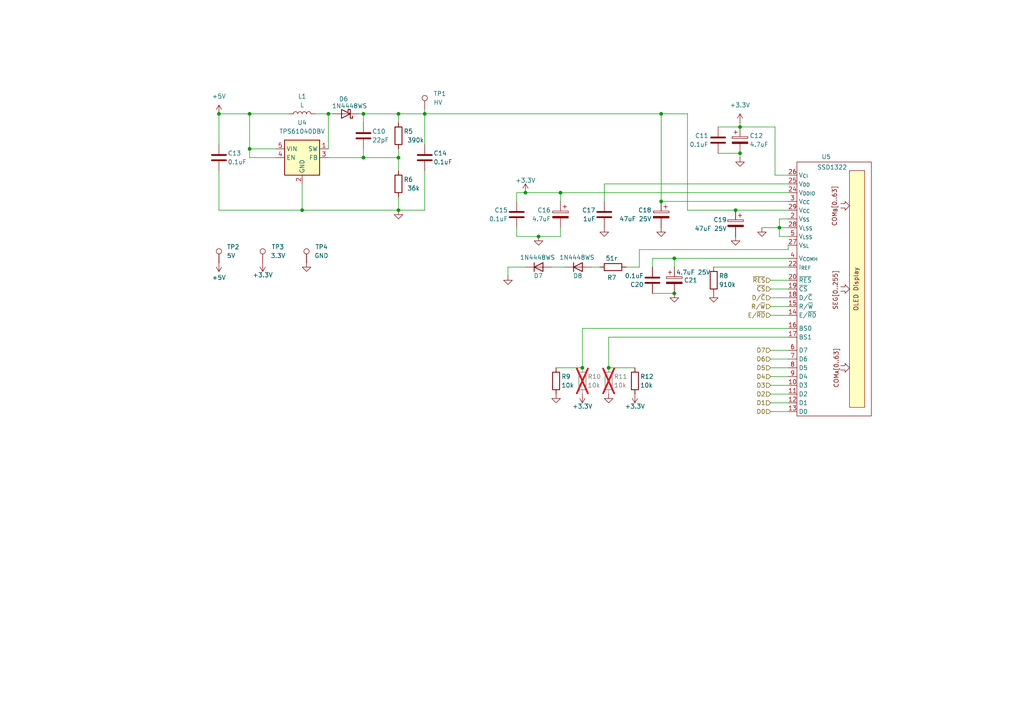
<source format=kicad_sch>
(kicad_sch (version 20250114) (generator "eeschema") (generator_version "9.0")
  (paper "A4")
  (lib_symbols
    (symbol "Connector:TestPoint" (pin_numbers (hide yes)) (pin_names (offset 0.762) (hide yes))
      (property "Reference" "TP" (at 0 6.858 0))
      (property "Value" "TestPoint" (at 0 5.08 0))
      (symbol "TestPoint_0_1"
        (circle (center 0 3.302) (radius 0.762))
      )
      (symbol "TestPoint_1_1"
        (pin passive line (at 0 0 90) (length 2.54) (name "1") (number "1"))
      )
    )
    (symbol "Device:C" (pin_numbers (hide yes)) (pin_names (offset 0.254))
      (property "Reference" "C" (at 0.635 2.54 0))
      (property "Value" "C" (at 0.635 -2.54 0))
      (symbol "C_0_1"
        (polyline (pts (xy -2.032 0.762) (xy 2.032 0.762)) (stroke (width 0.508)))
        (polyline (pts (xy -2.032 -0.762) (xy 2.032 -0.762)) (stroke (width 0.508)))
      )
      (symbol "C_1_1"
        (pin passive line (at 0 3.81 270) (length 2.794) (name "~") (number "1"))
        (pin passive line (at 0 -3.81 90) (length 2.794) (name "~") (number "2"))
      )
    )
    (symbol "Device:C_Polarized" (pin_numbers (hide yes)) (pin_names (offset 0.254))
      (property "Reference" "C" (at 0.635 2.54 0))
      (property "Value" "C_Polarized" (at 0.635 -2.54 0))
      (symbol "C_Polarized_0_1"
        (rectangle (start -2.286 0.508) (end 2.286 1.016))
        (polyline (pts (xy -1.778 2.286) (xy -0.762 2.286)))
        (polyline (pts (xy -1.27 2.794) (xy -1.27 1.778)))
        (rectangle (start 2.286 -0.508) (end -2.286 -1.016) (fill (type outline)))
      )
      (symbol "C_Polarized_1_1"
        (pin passive line (at 0 3.81 270) (length 2.794) (name "~") (number "1"))
        (pin passive line (at 0 -3.81 90) (length 2.794) (name "~") (number "2"))
      )
    )
    (symbol "Device:L" (pin_numbers (hide yes)) (pin_names (offset 1.016) (hide yes))
      (property "Reference" "L" (at -1.27 0 90))
      (property "Value" "L" (at 1.905 0 90))
      (symbol "L_0_1"
        (arc (start 0 2.54) (mid 0.6323 1.905) (end 0 1.27))
        (arc (start 0 1.27) (mid 0.6323 0.635) (end 0 0))
        (arc (start 0 0) (mid 0.6323 -0.635) (end 0 -1.27))
        (arc (start 0 -1.27) (mid 0.6323 -1.905) (end 0 -2.54))
      )
      (symbol "L_1_1"
        (pin passive line (at 0 3.81 270) (length 1.27) (name "1") (number "1"))
        (pin passive line (at 0 -3.81 90) (length 1.27) (name "2") (number "2"))
      )
    )
    (symbol "Device:R" (pin_numbers (hide yes)) (pin_names (offset 0))
      (property "Reference" "R" (at 2.032 0 90))
      (property "Value" "R" (at 0 0 90))
      (symbol "R_0_1"
        (rectangle (start -1.016 -2.54) (end 1.016 2.54) (stroke (width 0.254)))
      )
      (symbol "R_1_1"
        (pin passive line (at 0 3.81 270) (length 1.27) (name "~") (number "1"))
        (pin passive line (at 0 -3.81 90) (length 1.27) (name "~") (number "2"))
      )
    )
    (symbol "Diode:1N4448WS" (pin_numbers (hide yes)) (pin_names (hide yes))
      (property "Reference" "D" (at 0 2.54 0))
      (property "Value" "1N4448WS" (at 0 -2.54 0))
      (symbol "1N4448WS_0_1"
        (polyline (pts (xy -1.27 1.27) (xy -1.27 -1.27)) (stroke (width 0.254)))
        (polyline (pts (xy 1.27 1.27) (xy 1.27 -1.27) (xy -1.27 0) (xy 1.27 1.27)) (stroke (width 0.254)))
        (polyline (pts (xy 1.27 0) (xy -1.27 0)))
      )
      (symbol "1N4448WS_1_1"
        (pin passive line (at -3.81 0 0) (length 2.54) (name "K") (number "1"))
        (pin passive line (at 3.81 0 180) (length 2.54) (name "A") (number "2"))
      )
    )
    (symbol "Diode:MBR0530" (pin_numbers (hide yes)) (pin_names (offset 1.016) (hide yes))
      (property "Reference" "D" (at 0 2.54 0))
      (property "Value" "MBR0530" (at 0 -2.54 0))
      (symbol "MBR0530_0_1"
        (polyline (pts (xy -1.905 0.635) (xy -1.905 1.27) (xy -1.27 1.27) (xy -1.27 -1.27) (xy -0.635 -1.27) (xy -0.635 -0.635)) (stroke (width 0.254)))
        (polyline (pts (xy 1.27 1.27) (xy 1.27 -1.27) (xy -1.27 0) (xy 1.27 1.27)) (stroke (width 0.254)))
        (polyline (pts (xy 1.27 0) (xy -1.27 0)))
      )
      (symbol "MBR0530_1_1"
        (pin passive line (at -3.81 0 0) (length 2.54) (name "K") (number "1"))
        (pin passive line (at 3.81 0 180) (length 2.54) (name "A") (number "2"))
      )
    )
    (symbol "Regulator_Switching:TPS61040DBV"
      (property "Reference" "U" (at -5.08 6.35 0))
      (property "Value" "TPS61040DBV" (at 0 6.35 0))
      (symbol "TPS61040DBV_0_1"
        (rectangle (start -5.08 5.08) (end 5.08 -5.08) (stroke (width 0.254)) (fill (type background)))
      )
      (symbol "TPS61040DBV_1_1"
        (pin power_in line (at -7.62 2.54 0) (length 2.54) (name "VIN") (number "5"))
        (pin input line (at -7.62 0 0) (length 2.54) (name "EN") (number "4"))
        (pin power_in line (at 0 -7.62 90) (length 2.54) (name "GND") (number "2"))
        (pin power_out line (at 7.62 2.54 180) (length 2.54) (name "SW") (number "1"))
        (pin input line (at 7.62 0 180) (length 2.54) (name "FB") (number "3"))
      )
    )
    (symbol "panel-library:SSD1322_30x0.5"
      (property "Reference" "U" (at 10.922 38.354 0))
      (property "Value" "SSD1322UR1" (at 11.176 35.56 0))
      (symbol "SSD1322_30x0.5_0_1"
        (rectangle (start 0 36.83) (end 21.59 -36.83))
      )
      (symbol "SSD1322_30x0.5_1_1"
        (polyline (pts (xy 12.7 24.765) (xy 13.97 24.765) (xy 13.97 25.4) (xy 15.24 24.13) (xy 13.97 22.86) (xy 13.97 23.495) (xy 12.7 23.495)))
        (polyline (pts (xy 12.7 0.635) (xy 13.97 0.635) (xy 13.97 1.27) (xy 15.24 0) (xy 13.97 -1.27) (xy 13.97 -0.635) (xy 12.7 -0.635)))
        (polyline (pts (xy 12.7 -22.225) (xy 13.97 -22.225) (xy 13.97 -21.59) (xy 15.24 -22.86) (xy 13.97 -24.13) (xy 13.97 -23.495) (xy 12.7 -23.495)))
        (rectangle (start 15.24 34.29) (end 19.685 -34.29) (fill (type background)))
        (text "COM_{B}[0..63]" (at 10.922 24.13 900) (effects (font (size 1.27 1.27))))
        (text "SEG[0..255]" (at 11.176 -0.254 900) (effects (font (size 1.27 1.27))))
        (text "COM_{A}[0..63]" (at 11.43 -22.86 900) (effects (font (size 1.27 1.27))))
        (text "OLED Display" (at 17.145 0 900) (effects (font (size 1.27 1.27))))
        (pin power_in line (at -2.54 33.02 0) (length 2.54) (name "V_{CI}") (number "26"))
        (pin power_in line (at -2.54 30.48 0) (length 2.54) (name "V_{DD}") (number "25"))
        (pin power_in line (at -2.54 27.94 0) (length 2.54) (name "V_{DDIO}") (number "24"))
        (pin power_in line (at -2.54 25.4 0) (length 2.54) (name "V_{CC}") (number "3"))
        (pin power_in line (at -2.54 22.86 0) (length 2.54) (name "V_{CC}") (number "29"))
        (pin power_in line (at -2.54 20.32 0) (length 2.54) (name "V_{SS}") (number "2"))
        (pin power_in line (at -2.54 17.78 0) (length 2.54) (name "V_{LSS}") (number "28"))
        (pin power_in line (at -2.54 15.24 0) (length 2.54) (name "V_{LSS}") (number "5"))
        (pin power_out line (at -2.54 12.7 0) (length 2.54) (name "V_{SL}") (number "27"))
        (pin power_in line (at -2.54 8.89 0) (length 2.54) (name "V_{COMH}") (number "4"))
        (pin input line (at -2.54 6.35 0) (length 2.54) (name "I_{REF}") (number "22"))
        (pin input line (at -2.54 2.54 0) (length 2.54) (name "~{RES}") (number "20"))
        (pin input line (at -2.54 0 0) (length 2.54) (name "~{CS}") (number "19"))
        (pin input line (at -2.54 -2.54 0) (length 2.54) (name "D/~{C}") (number "18"))
        (pin input line (at -2.54 -5.08 0) (length 2.54) (name "R/~{W}") (number "15"))
        (pin input line (at -2.54 -7.62 0) (length 2.54) (name "E/~{RD}") (number "14"))
        (pin input line (at -2.54 -11.43 0) (length 2.54) (name "BS0") (number "16"))
        (pin input line (at -2.54 -13.97 0) (length 2.54) (name "BS1") (number "17"))
        (pin bidirectional line (at -2.54 -17.78 0) (length 2.54) (name "D7") (number "6"))
        (pin bidirectional line (at -2.54 -20.32 0) (length 2.54) (name "D6") (number "7"))
        (pin bidirectional line (at -2.54 -22.86 0) (length 2.54) (name "D5") (number "8"))
        (pin bidirectional line (at -2.54 -25.4 0) (length 2.54) (name "D4") (number "9"))
        (pin bidirectional line (at -2.54 -27.94 0) (length 2.54) (name "D3") (number "10"))
        (pin bidirectional line (at -2.54 -30.48 0) (length 2.54) (name "D2") (number "11"))
        (pin bidirectional line (at -2.54 -33.02 0) (length 2.54) (name "D1") (number "12"))
        (pin bidirectional line (at -2.54 -35.56 0) (length 2.54) (name "D0") (number "13"))
        (pin no_connect line (at 6.35 -39.37 90) (length 2.54) (hide yes) (name "NC") (number "1"))
        (pin no_connect line (at 8.89 -39.37 90) (length 2.54) (hide yes) (name "FR") (number "21"))
        (pin no_connect line (at 11.43 -39.37 90) (length 2.54) (hide yes) (name "NC") (number "23"))
        (pin no_connect line (at 13.97 -39.37 90) (length 2.54) (hide yes) (name "NC") (number "30"))
      )
    )
    (symbol "power:+3.3V" (power) (pin_numbers (hide yes)) (pin_names (offset 0) (hide yes))
      (property "Value" "+3.3V" (at 0 3.556 0))
      (symbol "+3.3V_0_1"
        (polyline (pts (xy -0.762 1.27) (xy 0 2.54)))
        (polyline (pts (xy 0 2.54) (xy 0.762 1.27)))
        (polyline (pts (xy 0 0) (xy 0 2.54)))
      )
      (symbol "+3.3V_1_1"
        (pin power_in line (at 0 0 90) (length 0) (name "~") (number "1"))
      )
    )
    (symbol "power:+5V" (power) (pin_numbers (hide yes)) (pin_names (offset 0) (hide yes))
      (property "Value" "+5V" (at 0 3.556 0))
      (symbol "+5V_0_1"
        (polyline (pts (xy -0.762 1.27) (xy 0 2.54)))
        (polyline (pts (xy 0 2.54) (xy 0.762 1.27)))
        (polyline (pts (xy 0 0) (xy 0 2.54)))
      )
      (symbol "+5V_1_1"
        (pin power_in line (at 0 0 90) (length 0) (name "~") (number "1"))
      )
    )
    (symbol "power:GND" (power) (pin_numbers (hide yes)) (pin_names (offset 0) (hide yes))
      (property "Value" "GND" (at 0 -3.81 0))
      (symbol "GND_0_1"
        (polyline (pts (xy 0 0) (xy 0 -1.27) (xy 1.27 -1.27) (xy 0 -2.54) (xy -1.27 -1.27) (xy 0 -1.27)))
      )
      (symbol "GND_1_1"
        (pin power_in line (at 0 0 270) (length 0) (name "~") (number "1"))
      )
    )
  )
  (junction (at 168.91 106.68))
  (junction (at 214.63 44.45))
  (junction (at 156.21 68.58))
  (junction (at 115.57 45.72))
  (junction (at 123.19 33.02))
  (junction (at 105.41 45.72))
  (junction (at 195.58 74.93))
  (junction (at 152.4 55.88))
  (junction (at 191.77 58.42))
  (junction (at 95.25 33.02))
  (junction (at 105.41 33.02))
  (junction (at 176.53 106.68))
  (junction (at 226.06 66.04))
  (junction (at 72.39 43.18))
  (junction (at 87.63 60.96))
  (junction (at 213.36 60.96))
  (junction (at 72.39 33.02))
  (junction (at 115.57 33.02))
  (junction (at 191.77 33.02))
  (junction (at 63.5 33.02))
  (junction (at 115.57 60.96))
  (junction (at 162.56 55.88))
  (junction (at 195.58 85.09))
  (junction (at 214.63 36.83))
  (wire (pts (xy 63.5 60.96) (xy 87.63 60.96)))
  (wire (pts (xy 123.19 33.02) (xy 123.19 41.91)))
  (wire (pts (xy 223.52 88.9) (xy 228.6 88.9)))
  (wire (pts (xy 115.57 60.96) (xy 123.19 60.96)))
  (wire (pts (xy 223.52 114.3) (xy 228.6 114.3)))
  (wire (pts (xy 171.45 77.47) (xy 173.99 77.47)))
  (wire (pts (xy 123.19 49.53) (xy 123.19 60.96)))
  (wire (pts (xy 149.86 68.58) (xy 156.21 68.58)))
  (wire (pts (xy 162.56 66.04) (xy 162.56 68.58)))
  (wire (pts (xy 208.28 36.83) (xy 214.63 36.83)))
  (wire (pts (xy 105.41 43.18) (xy 105.41 45.72)))
  (wire (pts (xy 214.63 36.83) (xy 224.79 36.83)))
  (wire (pts (xy 175.26 53.34) (xy 175.26 58.42)))
  (wire (pts (xy 123.19 33.02) (xy 191.77 33.02)))
  (wire (pts (xy 63.5 49.53) (xy 63.5 60.96)))
  (wire (pts (xy 185.42 77.47) (xy 181.61 77.47)))
  (wire (pts (xy 160.02 77.47) (xy 163.83 77.47)))
  (wire (pts (xy 223.52 111.76) (xy 228.6 111.76)))
  (wire (pts (xy 105.41 33.02) (xy 105.41 35.56)))
  (wire (pts (xy 168.91 95.25) (xy 168.91 106.68)))
  (wire (pts (xy 223.52 83.82) (xy 228.6 83.82)))
  (wire (pts (xy 191.77 58.42) (xy 228.6 58.42)))
  (wire (pts (xy 175.26 53.34) (xy 228.6 53.34)))
  (wire (pts (xy 228.6 50.8) (xy 224.79 50.8)))
  (wire (pts (xy 72.39 43.18) (xy 80.01 43.18)))
  (wire (pts (xy 223.52 106.68) (xy 228.6 106.68)))
  (wire (pts (xy 72.39 45.72) (xy 72.39 43.18)))
  (wire (pts (xy 161.29 106.68) (xy 168.91 106.68)))
  (wire (pts (xy 152.4 55.88) (xy 162.56 55.88)))
  (wire (pts (xy 185.42 72.39) (xy 185.42 77.47)))
  (wire (pts (xy 226.06 66.04) (xy 226.06 68.58)))
  (wire (pts (xy 147.32 80.01) (xy 147.32 77.47)))
  (wire (pts (xy 223.52 116.84) (xy 228.6 116.84)))
  (wire (pts (xy 72.39 43.18) (xy 72.39 33.02)))
  (wire (pts (xy 199.39 60.96) (xy 199.39 33.02)))
  (wire (pts (xy 63.5 41.91) (xy 63.5 33.02)))
  (wire (pts (xy 104.14 33.02) (xy 105.41 33.02)))
  (wire (pts (xy 214.63 45.72) (xy 214.63 44.45)))
  (wire (pts (xy 105.41 33.02) (xy 115.57 33.02)))
  (wire (pts (xy 195.58 74.93) (xy 228.6 74.93)))
  (wire (pts (xy 95.25 33.02) (xy 95.25 43.18)))
  (wire (pts (xy 223.52 101.6) (xy 228.6 101.6)))
  (wire (pts (xy 228.6 97.79) (xy 176.53 97.79)))
  (wire (pts (xy 208.28 44.45) (xy 214.63 44.45)))
  (wire (pts (xy 91.44 33.02) (xy 95.25 33.02)))
  (wire (pts (xy 226.06 63.5) (xy 226.06 66.04)))
  (wire (pts (xy 214.63 35.56) (xy 214.63 36.83)))
  (wire (pts (xy 189.23 77.47) (xy 189.23 74.93)))
  (wire (pts (xy 115.57 57.15) (xy 115.57 60.96)))
  (wire (pts (xy 223.52 91.44) (xy 228.6 91.44)))
  (wire (pts (xy 87.63 60.96) (xy 115.57 60.96)))
  (wire (pts (xy 189.23 74.93) (xy 195.58 74.93)))
  (wire (pts (xy 228.6 72.39) (xy 185.42 72.39)))
  (wire (pts (xy 115.57 33.02) (xy 115.57 35.56)))
  (wire (pts (xy 162.56 55.88) (xy 228.6 55.88)))
  (wire (pts (xy 176.53 106.68) (xy 184.15 106.68)))
  (wire (pts (xy 96.52 33.02) (xy 95.25 33.02)))
  (wire (pts (xy 72.39 33.02) (xy 83.82 33.02)))
  (wire (pts (xy 162.56 55.88) (xy 162.56 58.42)))
  (wire (pts (xy 228.6 95.25) (xy 168.91 95.25)))
  (wire (pts (xy 223.52 86.36) (xy 228.6 86.36)))
  (wire (pts (xy 189.23 85.09) (xy 195.58 85.09)))
  (wire (pts (xy 115.57 33.02) (xy 123.19 33.02)))
  (wire (pts (xy 226.06 68.58) (xy 228.6 68.58)))
  (wire (pts (xy 87.63 60.96) (xy 87.63 53.34)))
  (wire (pts (xy 223.52 81.28) (xy 228.6 81.28)))
  (wire (pts (xy 220.98 66.04) (xy 226.06 66.04)))
  (wire (pts (xy 195.58 77.47) (xy 195.58 74.93)))
  (wire (pts (xy 176.53 97.79) (xy 176.53 106.68)))
  (wire (pts (xy 199.39 60.96) (xy 213.36 60.96)))
  (wire (pts (xy 191.77 58.42) (xy 191.77 33.02)))
  (wire (pts (xy 115.57 45.72) (xy 115.57 49.53)))
  (wire (pts (xy 223.52 109.22) (xy 228.6 109.22)))
  (wire (pts (xy 123.19 31.75) (xy 123.19 33.02)))
  (wire (pts (xy 213.36 60.96) (xy 228.6 60.96)))
  (wire (pts (xy 149.86 58.42) (xy 149.86 55.88)))
  (wire (pts (xy 149.86 55.88) (xy 152.4 55.88)))
  (wire (pts (xy 147.32 77.47) (xy 152.4 77.47)))
  (wire (pts (xy 199.39 33.02) (xy 191.77 33.02)))
  (wire (pts (xy 80.01 45.72) (xy 72.39 45.72)))
  (wire (pts (xy 149.86 66.04) (xy 149.86 68.58)))
  (wire (pts (xy 207.01 77.47) (xy 228.6 77.47)))
  (wire (pts (xy 226.06 63.5) (xy 228.6 63.5)))
  (wire (pts (xy 226.06 66.04) (xy 228.6 66.04)))
  (wire (pts (xy 63.5 33.02) (xy 72.39 33.02)))
  (wire (pts (xy 115.57 43.18) (xy 115.57 45.72)))
  (wire (pts (xy 228.6 72.39) (xy 228.6 71.12)))
  (wire (pts (xy 115.57 45.72) (xy 105.41 45.72)))
  (wire (pts (xy 223.52 119.38) (xy 228.6 119.38)))
  (wire (pts (xy 224.79 50.8) (xy 224.79 36.83)))
  (wire (pts (xy 95.25 45.72) (xy 105.41 45.72)))
  (wire (pts (xy 223.52 104.14) (xy 228.6 104.14)))
  (wire (pts (xy 162.56 68.58) (xy 156.21 68.58)))
  (hierarchical_label "D1" (shape input) (at 223.52 116.84 180))
  (hierarchical_label "D2" (shape input) (at 223.52 114.3 180))
  (hierarchical_label "E{slash}~{RD}" (shape input) (at 223.52 91.44 180))
  (hierarchical_label "D7" (shape input) (at 223.52 101.6 180))
  (hierarchical_label "D4" (shape input) (at 223.52 109.22 180))
  (hierarchical_label "~{RES}" (shape input) (at 223.52 81.28 180))
  (hierarchical_label "D0" (shape input) (at 223.52 119.38 180))
  (hierarchical_label "D6" (shape input) (at 223.52 104.14 180))
  (hierarchical_label "D5" (shape input) (at 223.52 106.68 180))
  (hierarchical_label "R{slash}~{W}" (shape input) (at 223.52 88.9 180))
  (hierarchical_label "D{slash}~{C}" (shape input) (at 223.52 86.36 180))
  (hierarchical_label "~{CS}" (shape input) (at 223.52 83.82 180))
  (hierarchical_label "D3" (shape input) (at 223.52 111.76 180))
  (symbol (lib_id "Device:R") (at 161.29 110.49 0) (unit 1)
    (property "Reference" "R9" (at 162.814 109.22 0) (effects (justify left)))
    (property "Value" "10k" (at 162.814 111.76 0) (effects (justify left)))
    (property "Footprint" "Resistor_SMD:R_0805_2012Metric_Pad1.20x1.40mm_HandSolder" (effects (hide yes)))
    (property "Description" "Resistor" (effects (hide yes)))
  )
  (symbol (lib_id "power:GND") (at 175.26 66.04 0) (unit 1)
    (property "Reference" "#PWR036" (effects (hide yes)))
    (property "Value" "GND" (effects (hide yes)))
    (property "Description" "Power symbol creates a global label with name \"GND\" , ground" (effects (hide yes)))
  )
  (symbol (lib_id "Device:C") (at 175.26 62.23 0) (mirror y) (unit 1)
    (property "Reference" "C17" (at 172.72 60.96 0) (effects (justify left)))
    (property "Value" "1uF" (at 172.72 63.5 0) (effects (justify left)))
    (property "Footprint" "Capacitor_SMD:C_0603_1608Metric_Pad1.08x0.95mm_HandSolder" (effects (hide yes)))
    (property "Description" "Unpolarized capacitor" (effects (hide yes)))
  )
  (symbol (lib_id "Connector:TestPoint") (at 123.19 31.75 0) (unit 1)
    (property "Reference" "TP1" (at 125.73 27.1779 0) (effects (justify left)))
    (property "Value" "HV" (at 125.73 29.7179 0) (effects (justify left)))
    (property "Footprint" "TestPoint:TestPoint_Pad_D2.0mm" (effects (hide yes)))
    (property "Description" "test point" (effects (hide yes)))
  )
  (symbol (lib_id "power:GND") (at 213.36 68.58 0) (unit 1)
    (property "Reference" "#PWR040" (effects (hide yes)))
    (property "Value" "GND" (effects (hide yes)))
    (property "Description" "Power symbol creates a global label with name \"GND\" , ground" (effects (hide yes)))
  )
  (symbol (lib_id "Device:R") (at 184.15 110.49 0) (unit 1)
    (property "Reference" "R12" (at 185.674 109.22 0) (effects (justify left)))
    (property "Value" "10k" (at 185.674 111.76 0) (effects (justify left)))
    (property "Footprint" "Resistor_SMD:R_0805_2012Metric_Pad1.20x1.40mm_HandSolder" (effects (hide yes)))
    (property "Description" "Resistor" (effects (hide yes)))
  )
  (symbol (lib_id "power:+5V") (at 63.5 76.2 180) (unit 1)
    (property "Reference" "#PWR041" (effects (hide yes)))
    (property "Value" "+5V" (at 63.5 80.518 0))
    (property "Description" "Power symbol creates a global label with name \"+5V\"" (effects (hide yes)))
  )
  (symbol (lib_id "power:+3.3V") (at 168.91 114.3 180) (unit 1)
    (property "Reference" "#PWR048" (effects (hide yes)))
    (property "Value" "+3.3V" (at 168.91 117.856 0))
    (property "Description" "Power symbol creates a global label with name \"+3.3V\"" (effects (hide yes)))
  )
  (symbol (lib_id "panel-library:SSD1322_30x0.5") (at 231.14 83.82 0) (unit 1)
    (property "Reference" "U5" (at 238.252 45.466 0) (effects (justify left)))
    (property "Value" "SSD1322" (at 236.982 48.514 0) (effects (justify left)))
    (property "Footprint" "panel-library:Display_256x64_3.12in" (effects (hide yes)))
    (property "Datasheet" "https://www.displayfuture.com/Display/datasheet/controller/SSD1322.pdf" (effects (hide yes)))
  )
  (symbol (lib_id "Device:R") (at 115.57 39.37 0) (unit 1)
    (property "Reference" "R5" (at 117.094 38.1 0) (effects (justify left)))
    (property "Value" "390k" (at 118.11 40.6399 0) (effects (justify left)))
    (property "Footprint" "Resistor_SMD:R_0805_2012Metric_Pad1.20x1.40mm_HandSolder" (effects (hide yes)))
    (property "Description" "Resistor" (effects (hide yes)))
  )
  (symbol (lib_id "power:+3.3V") (at 184.15 114.3 180) (unit 1)
    (property "Reference" "#PWR050" (effects (hide yes)))
    (property "Value" "+3.3V" (at 184.15 117.856 0))
    (property "Description" "Power symbol creates a global label with name \"+3.3V\"" (effects (hide yes)))
  )
  (symbol (lib_id "Device:R") (at 115.57 53.34 0) (unit 1)
    (property "Reference" "R6" (at 117.094 52.07 0) (effects (justify left)))
    (property "Value" "36k" (at 118.11 54.6099 0) (effects (justify left)))
    (property "Footprint" "Resistor_SMD:R_0805_2012Metric_Pad1.20x1.40mm_HandSolder" (effects (hide yes)))
    (property "Description" "Resistor" (effects (hide yes)))
  )
  (symbol (lib_id "Device:C") (at 123.19 45.72 0) (unit 1)
    (property "Reference" "C14" (at 125.73 44.45 0) (effects (justify left)))
    (property "Value" "0.1uF" (at 125.73 46.99 0) (effects (justify left)))
    (property "Footprint" "Capacitor_SMD:C_0603_1608Metric_Pad1.08x0.95mm_HandSolder" (effects (hide yes)))
    (property "Description" "Unpolarized capacitor" (effects (hide yes)))
  )
  (symbol (lib_id "power:GND") (at 195.58 85.09 0) (unit 1)
    (property "Reference" "#PWR045" (effects (hide yes)))
    (property "Value" "GND" (effects (hide yes)))
    (property "Description" "Power symbol creates a global label with name \"GND\" , ground" (effects (hide yes)))
  )
  (symbol (lib_id "Device:R") (at 177.8 77.47 90) (unit 1)
    (property "Reference" "R7" (at 178.816 80.518 90) (effects (justify left)))
    (property "Value" "51r" (at 179.07 74.93 90) (effects (justify left)))
    (property "Footprint" "Resistor_SMD:R_0805_2012Metric_Pad1.20x1.40mm_HandSolder" (effects (hide yes)))
    (property "Description" "Resistor" (effects (hide yes)))
  )
  (symbol (lib_id "Device:C_Polarized") (at 195.58 81.28 0) (unit 1)
    (property "Reference" "C21" (at 198.374 81.28 0) (effects (justify left)))
    (property "Value" "4.7uF 25V" (at 196.088 78.994 0) (effects (justify left)))
    (property "Footprint" "Capacitor_Tantalum_SMD:CP_EIA-3216-18_Kemet-A_HandSolder" (effects (hide yes)))
    (property "Description" "Polarized capacitor" (effects (hide yes)))
  )
  (symbol (lib_id "Diode:1N4448WS") (at 156.21 77.47 0) (unit 1)
    (property "Reference" "D7" (at 157.48 80.01 0) (effects (justify right)))
    (property "Value" "1N4448WS" (at 161.036 74.676 0) (effects (justify right)))
    (property "Footprint" "Diode_SMD:D_SOD-323_HandSoldering" (effects (hide yes)))
    (property "Datasheet" "https://www.vishay.com/docs/81387/1n4448ws.pdf" (effects (hide yes)))
    (property "Description" "75V 0.15A Small Signal Fast switching Diode, SOD-323" (effects (hide yes)))
    (property "Sim.Device" "D" (effects (hide yes)))
    (property "Sim.Pins" "1=K 2=A" (effects (hide yes)))
  )
  (symbol (lib_id "Device:R") (at 176.53 110.49 0) (unit 1) (dnp yes)
    (property "Reference" "R11" (at 178.054 109.22 0) (effects (justify left)))
    (property "Value" "10k" (at 178.054 111.76 0) (effects (justify left)))
    (property "Footprint" "Resistor_SMD:R_0805_2012Metric_Pad1.20x1.40mm_HandSolder" (effects (hide yes)))
    (property "Description" "Resistor" (effects (hide yes)))
  )
  (symbol (lib_id "power:GND") (at 176.53 114.3 0) (unit 1)
    (property "Reference" "#PWR049" (effects (hide yes)))
    (property "Value" "GND" (effects (hide yes)))
    (property "Description" "Power symbol creates a global label with name \"GND\" , ground" (effects (hide yes)))
  )
  (symbol (lib_id "Device:C") (at 105.41 39.37 0) (unit 1)
    (property "Reference" "C10" (at 107.95 38.1 0) (effects (justify left)))
    (property "Value" "22pF" (at 107.95 40.64 0) (effects (justify left)))
    (property "Footprint" "Capacitor_SMD:C_0805_2012Metric_Pad1.18x1.45mm_HandSolder" (effects (hide yes)))
    (property "Description" "Unpolarized capacitor" (effects (hide yes)))
  )
  (symbol (lib_id "Device:C_Polarized") (at 214.63 40.64 0) (unit 1)
    (property "Reference" "C12" (at 217.424 39.37 0) (effects (justify left)))
    (property "Value" "4.7uF" (at 217.424 41.91 0) (effects (justify left)))
    (property "Footprint" "Capacitor_Tantalum_SMD:CP_EIA-3528-12_Kemet-T_HandSolder" (effects (hide yes)))
    (property "Description" "Polarized capacitor" (effects (hide yes)))
  )
  (symbol (lib_id "power:GND") (at 207.01 85.09 0) (unit 1)
    (property "Reference" "#PWR046" (effects (hide yes)))
    (property "Value" "GND" (effects (hide yes)))
    (property "Description" "Power symbol creates a global label with name \"GND\" , ground" (effects (hide yes)))
  )
  (symbol (lib_id "power:GND") (at 115.57 60.96 0) (unit 1)
    (property "Reference" "#PWR035" (effects (hide yes)))
    (property "Value" "GND" (effects (hide yes)))
    (property "Description" "Power symbol creates a global label with name \"GND\" , ground" (effects (hide yes)))
  )
  (symbol (lib_id "Diode:MBR0530") (at 100.33 33.02 180) (unit 1)
    (property "Reference" "D6" (at 98.298 28.702 0) (effects (justify right)))
    (property "Value" "1N4448WS" (at 96.266 30.734 0) (effects (justify right)))
    (property "Footprint" "Diode_SMD:D_SOD-323_HandSoldering" (effects (hide yes)))
    (property "Datasheet" "http://www.mccsemi.com/up_pdf/MBR0520~MBR0580(SOD123).pdf" (effects (hide yes)))
    (property "Description" "30V 0.5A Schottky Power Rectifier Diode, SOD-123" (effects (hide yes)))
    (property "Sim.Device" "D" (effects (hide yes)))
    (property "Sim.Pins" "1=K 2=A" (effects (hide yes)))
  )
  (symbol (lib_id "power:GND") (at 156.21 68.58 0) (unit 1)
    (property "Reference" "#PWR039" (effects (hide yes)))
    (property "Value" "GND" (effects (hide yes)))
    (property "Description" "Power symbol creates a global label with name \"GND\" , ground" (effects (hide yes)))
  )
  (symbol (lib_id "Device:C_Polarized") (at 191.77 62.23 0) (mirror y) (unit 1)
    (property "Reference" "C18" (at 188.976 60.96 0) (effects (justify left)))
    (property "Value" "47uF 25V" (at 188.976 63.5 0) (effects (justify left)))
    (property "Footprint" "Capacitor_Tantalum_SMD:CP_EIA-7343-31_Kemet-D_HandSolder" (effects (hide yes)))
    (property "Description" "Polarized capacitor" (effects (hide yes)))
  )
  (symbol (lib_id "Device:C_Polarized") (at 213.36 64.77 0) (mirror y) (unit 1)
    (property "Reference" "C19" (at 210.82 63.754 0) (effects (justify left)))
    (property "Value" "47uF 25V" (at 210.82 66.294 0) (effects (justify left)))
    (property "Footprint" "Capacitor_Tantalum_SMD:CP_EIA-7343-31_Kemet-D_HandSolder" (effects (hide yes)))
    (property "Description" "Polarized capacitor" (effects (hide yes)))
  )
  (symbol (lib_id "Device:C") (at 208.28 40.64 0) (mirror y) (unit 1)
    (property "Reference" "C11" (at 205.486 39.37 0) (effects (justify left)))
    (property "Value" "0.1uF" (at 205.486 41.91 0) (effects (justify left)))
    (property "Footprint" "Capacitor_SMD:C_0805_2012Metric_Pad1.18x1.45mm_HandSolder" (effects (hide yes)))
    (property "Description" "Unpolarized capacitor" (effects (hide yes)))
  )
  (symbol (lib_id "Regulator_Switching:TPS61040DBV") (at 87.63 45.72 0) (unit 1)
    (property "Reference" "U4" (at 87.63 35.56 0))
    (property "Value" "TPS61040DBV" (at 87.63 38.1 0))
    (property "Footprint" "Package_TO_SOT_SMD:SOT-23-5" (effects (hide yes)))
    (property "Datasheet" "http://www.ti.com/lit/ds/symlink/tps61040.pdf" (effects (hide yes)))
    (property "Description" "Synchronous Boost Regulator, Adjustable Output up to 28V, 400 mA Switch Current Limit, SOT-23-5" (effects (hide yes)))
  )
  (symbol (lib_id "Device:C_Polarized") (at 162.56 62.23 0) (mirror y) (unit 1)
    (property "Reference" "C16" (at 159.766 60.96 0) (effects (justify left)))
    (property "Value" "4.7uF" (at 159.766 63.5 0) (effects (justify left)))
    (property "Footprint" "Capacitor_Tantalum_SMD:CP_EIA-3528-12_Kemet-T_HandSolder" (effects (hide yes)))
    (property "Description" "Polarized capacitor" (effects (hide yes)))
  )
  (symbol (lib_id "Connector:TestPoint") (at 76.2 76.2 0) (unit 1)
    (property "Reference" "TP3" (at 78.74 71.628 0) (effects (justify left)))
    (property "Value" "3.3V" (at 78.486 74.168 0) (effects (justify left)))
    (property "Footprint" "TestPoint:TestPoint_Pad_D2.0mm" (effects (hide yes)))
    (property "Description" "test point" (effects (hide yes)))
  )
  (symbol (lib_id "Device:C") (at 149.86 62.23 0) (mirror y) (unit 1)
    (property "Reference" "C15" (at 147.32 60.96 0) (effects (justify left)))
    (property "Value" "0.1uF" (at 147.32 63.5 0) (effects (justify left)))
    (property "Footprint" "Capacitor_SMD:C_0805_2012Metric_Pad1.18x1.45mm_HandSolder" (effects (hide yes)))
    (property "Description" "Unpolarized capacitor" (effects (hide yes)))
  )
  (symbol (lib_id "Connector:TestPoint") (at 63.5 76.2 0) (unit 1)
    (property "Reference" "TP2" (at 65.786 71.628 0) (effects (justify left)))
    (property "Value" "5V" (at 65.786 74.168 0) (effects (justify left)))
    (property "Footprint" "TestPoint:TestPoint_Pad_D2.0mm" (effects (hide yes)))
    (property "Description" "test point" (effects (hide yes)))
  )
  (symbol (lib_id "Connector:TestPoint") (at 88.9 76.2 0) (unit 1)
    (property "Reference" "TP4" (at 91.44 71.6279 0) (effects (justify left)))
    (property "Value" "GND" (at 91.186 74.168 0) (effects (justify left)))
    (property "Footprint" "TestPoint:TestPoint_Pad_D2.0mm" (effects (hide yes)))
    (property "Description" "test point" (effects (hide yes)))
  )
  (symbol (lib_id "Diode:1N4448WS") (at 167.64 77.47 0) (unit 1)
    (property "Reference" "D8" (at 168.91 80.01 0) (effects (justify right)))
    (property "Value" "1N4448WS" (at 172.466 74.676 0) (effects (justify right)))
    (property "Footprint" "Diode_SMD:D_SOD-323_HandSoldering" (effects (hide yes)))
    (property "Datasheet" "https://www.vishay.com/docs/81387/1n4448ws.pdf" (effects (hide yes)))
    (property "Description" "75V 0.15A Small Signal Fast switching Diode, SOD-323" (effects (hide yes)))
    (property "Sim.Device" "D" (effects (hide yes)))
    (property "Sim.Pins" "1=K 2=A" (effects (hide yes)))
  )
  (symbol (lib_id "power:GND") (at 214.63 45.72 0) (unit 1)
    (property "Reference" "#PWR033" (effects (hide yes)))
    (property "Value" "GND" (effects (hide yes)))
    (property "Description" "Power symbol creates a global label with name \"GND\" , ground" (effects (hide yes)))
  )
  (symbol (lib_id "power:+3.3V") (at 152.4 55.88 0) (unit 1)
    (property "Reference" "#PWR034" (effects (hide yes)))
    (property "Value" "+3.3V" (at 152.4 52.324 0))
    (property "Description" "Power symbol creates a global label with name \"+3.3V\"" (effects (hide yes)))
  )
  (symbol (lib_id "Device:L") (at 87.63 33.02 90) (unit 1)
    (property "Reference" "L1" (at 87.63 27.94 90))
    (property "Value" "L" (at 87.63 30.48 90))
    (property "Footprint" "Inductor_SMD:L_Abracon_ASPI-3012S" (effects (hide yes)))
    (property "Description" "Inductor" (effects (hide yes)))
  )
  (symbol (lib_id "power:+5V") (at 63.5 33.02 0) (unit 1)
    (property "Reference" "#PWR031" (effects (hide yes)))
    (property "Value" "+5V" (at 63.5 27.94 0))
    (property "Description" "Power symbol creates a global label with name \"+5V\"" (effects (hide yes)))
  )
  (symbol (lib_id "Device:R") (at 207.01 81.28 0) (unit 1)
    (property "Reference" "R8" (at 208.534 80.01 0) (effects (justify left)))
    (property "Value" "910k" (at 208.534 82.55 0) (effects (justify left)))
    (property "Footprint" "Resistor_SMD:R_0805_2012Metric_Pad1.20x1.40mm_HandSolder" (effects (hide yes)))
    (property "Description" "Resistor" (effects (hide yes)))
  )
  (symbol (lib_id "power:GND") (at 220.98 66.04 0) (unit 1)
    (property "Reference" "#PWR038" (effects (hide yes)))
    (property "Value" "GND" (effects (hide yes)))
    (property "Description" "Power symbol creates a global label with name \"GND\" , ground" (effects (hide yes)))
  )
  (symbol (lib_id "power:+3.3V") (at 76.2 76.2 180) (unit 1)
    (property "Reference" "#PWR042" (effects (hide yes)))
    (property "Value" "+3.3V" (at 76.2 79.756 0))
    (property "Description" "Power symbol creates a global label with name \"+3.3V\"" (effects (hide yes)))
  )
  (symbol (lib_id "Device:C") (at 189.23 81.28 180) (unit 1)
    (property "Reference" "C20" (at 186.69 82.55 0) (effects (justify left)))
    (property "Value" "0.1uF" (at 186.69 80.01 0) (effects (justify left)))
    (property "Footprint" "Capacitor_SMD:C_0603_1608Metric_Pad1.08x0.95mm_HandSolder" (effects (hide yes)))
    (property "Description" "Unpolarized capacitor" (effects (hide yes)))
  )
  (symbol (lib_id "power:GND") (at 88.9 76.2 0) (unit 1)
    (property "Reference" "#PWR043" (effects (hide yes)))
    (property "Value" "GND" (effects (hide yes)))
    (property "Description" "Power symbol creates a global label with name \"GND\" , ground" (effects (hide yes)))
  )
  (symbol (lib_id "power:+3.3V") (at 214.63 35.56 0) (unit 1)
    (property "Reference" "#PWR032" (effects (hide yes)))
    (property "Value" "+3.3V" (at 214.63 30.48 0))
    (property "Description" "Power symbol creates a global label with name \"+3.3V\"" (effects (hide yes)))
  )
  (symbol (lib_id "Device:C") (at 63.5 45.72 0) (unit 1)
    (property "Reference" "C13" (at 66.04 44.45 0) (effects (justify left)))
    (property "Value" "0.1uF" (at 66.04 46.99 0) (effects (justify left)))
    (property "Footprint" "Capacitor_SMD:C_0805_2012Metric_Pad1.18x1.45mm_HandSolder" (effects (hide yes)))
    (property "Description" "Unpolarized capacitor" (effects (hide yes)))
  )
  (symbol (lib_id "Device:R") (at 168.91 110.49 0) (unit 1) (dnp yes)
    (property "Reference" "R10" (at 170.434 109.22 0) (effects (justify left)))
    (property "Value" "10k" (at 170.434 111.76 0) (effects (justify left)))
    (property "Footprint" "Resistor_SMD:R_0805_2012Metric_Pad1.20x1.40mm_HandSolder" (effects (hide yes)))
    (property "Description" "Resistor" (effects (hide yes)))
  )
  (symbol (lib_id "power:GND") (at 191.77 66.04 0) (unit 1)
    (property "Reference" "#PWR037" (effects (hide yes)))
    (property "Value" "GND" (effects (hide yes)))
    (property "Description" "Power symbol creates a global label with name \"GND\" , ground" (effects (hide yes)))
  )
  (symbol (lib_id "power:GND") (at 161.29 114.3 0) (unit 1)
    (property "Reference" "#PWR047" (effects (hide yes)))
    (property "Value" "GND" (effects (hide yes)))
    (property "Description" "Power symbol creates a global label with name \"GND\" , ground" (effects (hide yes)))
  )
  (symbol (lib_id "power:GND") (at 147.32 80.01 0) (unit 1)
    (property "Reference" "#PWR044" (effects (hide yes)))
    (property "Value" "GND" (effects (hide yes)))
    (property "Description" "Power symbol creates a global label with name \"GND\" , ground" (effects (hide yes)))
  )
)
</source>
